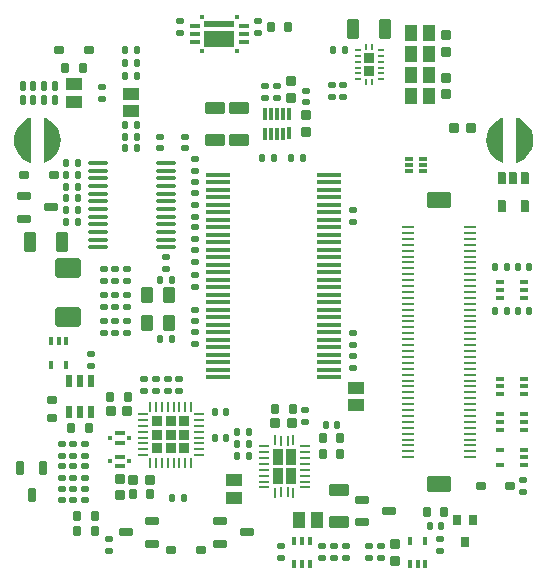
<source format=gbp>
G04 Layer_Color=128*
%FSLAX44Y44*%
%MOMM*%
G71*
G01*
G75*
G04:AMPARAMS|DCode=10|XSize=0.25mm|YSize=0.5mm|CornerRadius=0.0313mm|HoleSize=0mm|Usage=FLASHONLY|Rotation=270.000|XOffset=0mm|YOffset=0mm|HoleType=Round|Shape=RoundedRectangle|*
%AMROUNDEDRECTD10*
21,1,0.2500,0.4375,0,0,270.0*
21,1,0.1875,0.5000,0,0,270.0*
1,1,0.0625,-0.2188,-0.0938*
1,1,0.0625,-0.2188,0.0938*
1,1,0.0625,0.2188,0.0938*
1,1,0.0625,0.2188,-0.0938*
%
%ADD10ROUNDEDRECTD10*%
G04:AMPARAMS|DCode=11|XSize=1.4mm|YSize=1.1mm|CornerRadius=0.1375mm|HoleSize=0mm|Usage=FLASHONLY|Rotation=180.000|XOffset=0mm|YOffset=0mm|HoleType=Round|Shape=RoundedRectangle|*
%AMROUNDEDRECTD11*
21,1,1.4000,0.8250,0,0,180.0*
21,1,1.1250,1.1000,0,0,180.0*
1,1,0.2750,-0.5625,0.4125*
1,1,0.2750,0.5625,0.4125*
1,1,0.2750,0.5625,-0.4125*
1,1,0.2750,-0.5625,-0.4125*
%
%ADD11ROUNDEDRECTD11*%
G04:AMPARAMS|DCode=14|XSize=1.4mm|YSize=1.1mm|CornerRadius=0.1375mm|HoleSize=0mm|Usage=FLASHONLY|Rotation=90.000|XOffset=0mm|YOffset=0mm|HoleType=Round|Shape=RoundedRectangle|*
%AMROUNDEDRECTD14*
21,1,1.4000,0.8250,0,0,90.0*
21,1,1.1250,1.1000,0,0,90.0*
1,1,0.2750,0.4125,0.5625*
1,1,0.2750,0.4125,-0.5625*
1,1,0.2750,-0.4125,-0.5625*
1,1,0.2750,-0.4125,0.5625*
%
%ADD14ROUNDEDRECTD14*%
G04:AMPARAMS|DCode=15|XSize=0.6mm|YSize=0.5mm|CornerRadius=0.0625mm|HoleSize=0mm|Usage=FLASHONLY|Rotation=270.000|XOffset=0mm|YOffset=0mm|HoleType=Round|Shape=RoundedRectangle|*
%AMROUNDEDRECTD15*
21,1,0.6000,0.3750,0,0,270.0*
21,1,0.4750,0.5000,0,0,270.0*
1,1,0.1250,-0.1875,-0.2375*
1,1,0.1250,-0.1875,0.2375*
1,1,0.1250,0.1875,0.2375*
1,1,0.1250,0.1875,-0.2375*
%
%ADD15ROUNDEDRECTD15*%
G04:AMPARAMS|DCode=16|XSize=0.9mm|YSize=0.6mm|CornerRadius=0.075mm|HoleSize=0mm|Usage=FLASHONLY|Rotation=180.000|XOffset=0mm|YOffset=0mm|HoleType=Round|Shape=RoundedRectangle|*
%AMROUNDEDRECTD16*
21,1,0.9000,0.4500,0,0,180.0*
21,1,0.7500,0.6000,0,0,180.0*
1,1,0.1500,-0.3750,0.2250*
1,1,0.1500,0.3750,0.2250*
1,1,0.1500,0.3750,-0.2250*
1,1,0.1500,-0.3750,-0.2250*
%
%ADD16ROUNDEDRECTD16*%
G04:AMPARAMS|DCode=17|XSize=0.6mm|YSize=0.5mm|CornerRadius=0.0625mm|HoleSize=0mm|Usage=FLASHONLY|Rotation=0.000|XOffset=0mm|YOffset=0mm|HoleType=Round|Shape=RoundedRectangle|*
%AMROUNDEDRECTD17*
21,1,0.6000,0.3750,0,0,0.0*
21,1,0.4750,0.5000,0,0,0.0*
1,1,0.1250,0.2375,-0.1875*
1,1,0.1250,-0.2375,-0.1875*
1,1,0.1250,-0.2375,0.1875*
1,1,0.1250,0.2375,0.1875*
%
%ADD17ROUNDEDRECTD17*%
G04:AMPARAMS|DCode=18|XSize=0.9mm|YSize=0.6mm|CornerRadius=0.075mm|HoleSize=0mm|Usage=FLASHONLY|Rotation=90.000|XOffset=0mm|YOffset=0mm|HoleType=Round|Shape=RoundedRectangle|*
%AMROUNDEDRECTD18*
21,1,0.9000,0.4500,0,0,90.0*
21,1,0.7500,0.6000,0,0,90.0*
1,1,0.1500,0.2250,0.3750*
1,1,0.1500,0.2250,-0.3750*
1,1,0.1500,-0.2250,-0.3750*
1,1,0.1500,-0.2250,0.3750*
%
%ADD18ROUNDEDRECTD18*%
%ADD32R,0.9000X0.9000*%
%ADD33R,0.8200X1.3200*%
%ADD34R,0.8200X1.3200*%
%ADD35R,0.2300X0.9000*%
%ADD36R,0.8500X0.8500*%
%ADD37R,0.8500X0.8500*%
%ADD38R,0.8500X0.8500*%
%ADD39R,0.8500X0.8500*%
G04:AMPARAMS|DCode=40|XSize=0.6mm|YSize=1.15mm|CornerRadius=0.075mm|HoleSize=0mm|Usage=FLASHONLY|Rotation=270.000|XOffset=0mm|YOffset=0mm|HoleType=Round|Shape=RoundedRectangle|*
%AMROUNDEDRECTD40*
21,1,0.6000,1.0000,0,0,270.0*
21,1,0.4500,1.1500,0,0,270.0*
1,1,0.1500,-0.5000,-0.2250*
1,1,0.1500,-0.5000,0.2250*
1,1,0.1500,0.5000,0.2250*
1,1,0.1500,0.5000,-0.2250*
%
%ADD40ROUNDEDRECTD40*%
G04:AMPARAMS|DCode=41|XSize=0.25mm|YSize=1mm|CornerRadius=0.0313mm|HoleSize=0mm|Usage=FLASHONLY|Rotation=90.000|XOffset=0mm|YOffset=0mm|HoleType=Round|Shape=RoundedRectangle|*
%AMROUNDEDRECTD41*
21,1,0.2500,0.9375,0,0,90.0*
21,1,0.1875,1.0000,0,0,90.0*
1,1,0.0625,0.4688,0.0938*
1,1,0.0625,0.4688,-0.0938*
1,1,0.0625,-0.4688,-0.0938*
1,1,0.0625,-0.4688,0.0938*
%
%ADD41ROUNDEDRECTD41*%
G04:AMPARAMS|DCode=42|XSize=0.9mm|YSize=0.8mm|CornerRadius=0.1mm|HoleSize=0mm|Usage=FLASHONLY|Rotation=270.000|XOffset=0mm|YOffset=0mm|HoleType=Round|Shape=RoundedRectangle|*
%AMROUNDEDRECTD42*
21,1,0.9000,0.6000,0,0,270.0*
21,1,0.7000,0.8000,0,0,270.0*
1,1,0.2000,-0.3000,-0.3500*
1,1,0.2000,-0.3000,0.3500*
1,1,0.2000,0.3000,0.3500*
1,1,0.2000,0.3000,-0.3500*
%
%ADD42ROUNDEDRECTD42*%
G04:AMPARAMS|DCode=43|XSize=1.7mm|YSize=1.1mm|CornerRadius=0.1375mm|HoleSize=0mm|Usage=FLASHONLY|Rotation=270.000|XOffset=0mm|YOffset=0mm|HoleType=Round|Shape=RoundedRectangle|*
%AMROUNDEDRECTD43*
21,1,1.7000,0.8250,0,0,270.0*
21,1,1.4250,1.1000,0,0,270.0*
1,1,0.2750,-0.4125,-0.7125*
1,1,0.2750,-0.4125,0.7125*
1,1,0.2750,0.4125,0.7125*
1,1,0.2750,0.4125,-0.7125*
%
%ADD43ROUNDEDRECTD43*%
G04:AMPARAMS|DCode=44|XSize=0.9mm|YSize=0.8mm|CornerRadius=0.1mm|HoleSize=0mm|Usage=FLASHONLY|Rotation=180.000|XOffset=0mm|YOffset=0mm|HoleType=Round|Shape=RoundedRectangle|*
%AMROUNDEDRECTD44*
21,1,0.9000,0.6000,0,0,180.0*
21,1,0.7000,0.8000,0,0,180.0*
1,1,0.2000,-0.3500,0.3000*
1,1,0.2000,0.3500,0.3000*
1,1,0.2000,0.3500,-0.3000*
1,1,0.2000,-0.3500,-0.3000*
%
%ADD44ROUNDEDRECTD44*%
G04:AMPARAMS|DCode=45|XSize=0.4mm|YSize=0.4mm|CornerRadius=0.05mm|HoleSize=0mm|Usage=FLASHONLY|Rotation=90.000|XOffset=0mm|YOffset=0mm|HoleType=Round|Shape=RoundedRectangle|*
%AMROUNDEDRECTD45*
21,1,0.4000,0.3000,0,0,90.0*
21,1,0.3000,0.4000,0,0,90.0*
1,1,0.1000,0.1500,0.1500*
1,1,0.1000,0.1500,-0.1500*
1,1,0.1000,-0.1500,-0.1500*
1,1,0.1000,-0.1500,0.1500*
%
%ADD45ROUNDEDRECTD45*%
G04:AMPARAMS|DCode=46|XSize=0.4mm|YSize=0.8mm|CornerRadius=0.05mm|HoleSize=0mm|Usage=FLASHONLY|Rotation=90.000|XOffset=0mm|YOffset=0mm|HoleType=Round|Shape=RoundedRectangle|*
%AMROUNDEDRECTD46*
21,1,0.4000,0.7000,0,0,90.0*
21,1,0.3000,0.8000,0,0,90.0*
1,1,0.1000,0.3500,0.1500*
1,1,0.1000,0.3500,-0.1500*
1,1,0.1000,-0.3500,-0.1500*
1,1,0.1000,-0.3500,0.1500*
%
%ADD46ROUNDEDRECTD46*%
G04:AMPARAMS|DCode=47|XSize=1.7mm|YSize=1.1mm|CornerRadius=0.1375mm|HoleSize=0mm|Usage=FLASHONLY|Rotation=0.000|XOffset=0mm|YOffset=0mm|HoleType=Round|Shape=RoundedRectangle|*
%AMROUNDEDRECTD47*
21,1,1.7000,0.8250,0,0,0.0*
21,1,1.4250,1.1000,0,0,0.0*
1,1,0.2750,0.7125,-0.4125*
1,1,0.2750,-0.7125,-0.4125*
1,1,0.2750,-0.7125,0.4125*
1,1,0.2750,0.7125,0.4125*
%
%ADD47ROUNDEDRECTD47*%
G04:AMPARAMS|DCode=48|XSize=0.3mm|YSize=0.7mm|CornerRadius=0.0375mm|HoleSize=0mm|Usage=FLASHONLY|Rotation=270.000|XOffset=0mm|YOffset=0mm|HoleType=Round|Shape=RoundedRectangle|*
%AMROUNDEDRECTD48*
21,1,0.3000,0.6250,0,0,270.0*
21,1,0.2250,0.7000,0,0,270.0*
1,1,0.0750,-0.3125,-0.1125*
1,1,0.0750,-0.3125,0.1125*
1,1,0.0750,0.3125,0.1125*
1,1,0.0750,0.3125,-0.1125*
%
%ADD48ROUNDEDRECTD48*%
G04:AMPARAMS|DCode=49|XSize=0.8mm|YSize=0.6mm|CornerRadius=0.075mm|HoleSize=0mm|Usage=FLASHONLY|Rotation=180.000|XOffset=0mm|YOffset=0mm|HoleType=Round|Shape=RoundedRectangle|*
%AMROUNDEDRECTD49*
21,1,0.8000,0.4500,0,0,180.0*
21,1,0.6500,0.6000,0,0,180.0*
1,1,0.1500,-0.3250,0.2250*
1,1,0.1500,0.3250,0.2250*
1,1,0.1500,0.3250,-0.2250*
1,1,0.1500,-0.3250,-0.2250*
%
%ADD49ROUNDEDRECTD49*%
G04:AMPARAMS|DCode=50|XSize=0.6mm|YSize=0.4mm|CornerRadius=0.05mm|HoleSize=0mm|Usage=FLASHONLY|Rotation=0.000|XOffset=0mm|YOffset=0mm|HoleType=Round|Shape=RoundedRectangle|*
%AMROUNDEDRECTD50*
21,1,0.6000,0.3000,0,0,0.0*
21,1,0.5000,0.4000,0,0,0.0*
1,1,0.1000,0.2500,-0.1500*
1,1,0.1000,-0.2500,-0.1500*
1,1,0.1000,-0.2500,0.1500*
1,1,0.1000,0.2500,0.1500*
%
%ADD50ROUNDEDRECTD50*%
G04:AMPARAMS|DCode=51|XSize=0.7mm|YSize=0.9mm|CornerRadius=0.0875mm|HoleSize=0mm|Usage=FLASHONLY|Rotation=180.000|XOffset=0mm|YOffset=0mm|HoleType=Round|Shape=RoundedRectangle|*
%AMROUNDEDRECTD51*
21,1,0.7000,0.7250,0,0,180.0*
21,1,0.5250,0.9000,0,0,180.0*
1,1,0.1750,-0.2625,0.3625*
1,1,0.1750,0.2625,0.3625*
1,1,0.1750,0.2625,-0.3625*
1,1,0.1750,-0.2625,-0.3625*
%
%ADD51ROUNDEDRECTD51*%
G04:AMPARAMS|DCode=52|XSize=1.62mm|YSize=2.18mm|CornerRadius=0.2025mm|HoleSize=0mm|Usage=FLASHONLY|Rotation=270.000|XOffset=0mm|YOffset=0mm|HoleType=Round|Shape=RoundedRectangle|*
%AMROUNDEDRECTD52*
21,1,1.6200,1.7750,0,0,270.0*
21,1,1.2150,2.1800,0,0,270.0*
1,1,0.4050,-0.8875,-0.6075*
1,1,0.4050,-0.8875,0.6075*
1,1,0.4050,0.8875,0.6075*
1,1,0.4050,0.8875,-0.6075*
%
%ADD52ROUNDEDRECTD52*%
G04:AMPARAMS|DCode=53|XSize=0.6mm|YSize=0.4mm|CornerRadius=0.05mm|HoleSize=0mm|Usage=FLASHONLY|Rotation=90.000|XOffset=0mm|YOffset=0mm|HoleType=Round|Shape=RoundedRectangle|*
%AMROUNDEDRECTD53*
21,1,0.6000,0.3000,0,0,90.0*
21,1,0.5000,0.4000,0,0,90.0*
1,1,0.1000,0.1500,0.2500*
1,1,0.1000,0.1500,-0.2500*
1,1,0.1000,-0.1500,-0.2500*
1,1,0.1000,-0.1500,0.2500*
%
%ADD53ROUNDEDRECTD53*%
G04:AMPARAMS|DCode=54|XSize=0.6mm|YSize=1.15mm|CornerRadius=0.075mm|HoleSize=0mm|Usage=FLASHONLY|Rotation=180.000|XOffset=0mm|YOffset=0mm|HoleType=Round|Shape=RoundedRectangle|*
%AMROUNDEDRECTD54*
21,1,0.6000,1.0000,0,0,180.0*
21,1,0.4500,1.1500,0,0,180.0*
1,1,0.1500,-0.2250,0.5000*
1,1,0.1500,0.2250,0.5000*
1,1,0.1500,0.2250,-0.5000*
1,1,0.1500,-0.2250,-0.5000*
%
%ADD54ROUNDEDRECTD54*%
%ADD55O,2.0500X0.4000*%
G04:AMPARAMS|DCode=56|XSize=0.7mm|YSize=1mm|CornerRadius=0.0875mm|HoleSize=0mm|Usage=FLASHONLY|Rotation=180.000|XOffset=0mm|YOffset=0mm|HoleType=Round|Shape=RoundedRectangle|*
%AMROUNDEDRECTD56*
21,1,0.7000,0.8250,0,0,180.0*
21,1,0.5250,1.0000,0,0,180.0*
1,1,0.1750,-0.2625,0.4125*
1,1,0.1750,0.2625,0.4125*
1,1,0.1750,0.2625,-0.4125*
1,1,0.1750,-0.2625,-0.4125*
%
%ADD56ROUNDEDRECTD56*%
G04:AMPARAMS|DCode=57|XSize=0.25mm|YSize=0.5mm|CornerRadius=0.0313mm|HoleSize=0mm|Usage=FLASHONLY|Rotation=0.000|XOffset=0mm|YOffset=0mm|HoleType=Round|Shape=RoundedRectangle|*
%AMROUNDEDRECTD57*
21,1,0.2500,0.4375,0,0,0.0*
21,1,0.1875,0.5000,0,0,0.0*
1,1,0.0625,0.0938,-0.2188*
1,1,0.0625,-0.0938,-0.2188*
1,1,0.0625,-0.0938,0.2188*
1,1,0.0625,0.0938,0.2188*
%
%ADD57ROUNDEDRECTD57*%
G04:AMPARAMS|DCode=58|XSize=0.5mm|YSize=0.8mm|CornerRadius=0.0625mm|HoleSize=0mm|Usage=FLASHONLY|Rotation=0.000|XOffset=0mm|YOffset=0mm|HoleType=Round|Shape=RoundedRectangle|*
%AMROUNDEDRECTD58*
21,1,0.5000,0.6750,0,0,0.0*
21,1,0.3750,0.8000,0,0,0.0*
1,1,0.1250,0.1875,-0.3375*
1,1,0.1250,-0.1875,-0.3375*
1,1,0.1250,-0.1875,0.3375*
1,1,0.1250,0.1875,0.3375*
%
%ADD58ROUNDEDRECTD58*%
G04:AMPARAMS|DCode=59|XSize=0.55mm|YSize=1mm|CornerRadius=0.0688mm|HoleSize=0mm|Usage=FLASHONLY|Rotation=0.000|XOffset=0mm|YOffset=0mm|HoleType=Round|Shape=RoundedRectangle|*
%AMROUNDEDRECTD59*
21,1,0.5500,0.8625,0,0,0.0*
21,1,0.4125,1.0000,0,0,0.0*
1,1,0.1375,0.2062,-0.4313*
1,1,0.1375,-0.2062,-0.4313*
1,1,0.1375,-0.2062,0.4313*
1,1,0.1375,0.2062,0.4313*
%
%ADD59ROUNDEDRECTD59*%
%ADD60O,0.8500X0.2500*%
%ADD61O,0.2500X0.8500*%
G04:AMPARAMS|DCode=62|XSize=0.35mm|YSize=1mm|CornerRadius=0.0438mm|HoleSize=0mm|Usage=FLASHONLY|Rotation=180.000|XOffset=0mm|YOffset=0mm|HoleType=Round|Shape=RoundedRectangle|*
%AMROUNDEDRECTD62*
21,1,0.3500,0.9125,0,0,180.0*
21,1,0.2625,1.0000,0,0,180.0*
1,1,0.0875,-0.1313,0.4562*
1,1,0.0875,0.1313,0.4562*
1,1,0.0875,0.1313,-0.4562*
1,1,0.0875,-0.1313,-0.4562*
%
%ADD62ROUNDEDRECTD62*%
G04:AMPARAMS|DCode=63|XSize=0.35mm|YSize=1.1mm|CornerRadius=0.0438mm|HoleSize=0mm|Usage=FLASHONLY|Rotation=180.000|XOffset=0mm|YOffset=0mm|HoleType=Round|Shape=RoundedRectangle|*
%AMROUNDEDRECTD63*
21,1,0.3500,1.0125,0,0,180.0*
21,1,0.2625,1.1000,0,0,180.0*
1,1,0.0875,-0.1313,0.5062*
1,1,0.0875,0.1313,0.5062*
1,1,0.0875,0.1313,-0.5062*
1,1,0.0875,-0.1313,-0.5062*
%
%ADD63ROUNDEDRECTD63*%
%ADD64R,2.5000X0.6150*%
%ADD65R,2.5000X1.4150*%
G04:AMPARAMS|DCode=66|XSize=0.4mm|YSize=0.4mm|CornerRadius=0.05mm|HoleSize=0mm|Usage=FLASHONLY|Rotation=0.000|XOffset=0mm|YOffset=0mm|HoleType=Round|Shape=RoundedRectangle|*
%AMROUNDEDRECTD66*
21,1,0.4000,0.3000,0,0,0.0*
21,1,0.3000,0.4000,0,0,0.0*
1,1,0.1000,0.1500,-0.1500*
1,1,0.1000,-0.1500,-0.1500*
1,1,0.1000,-0.1500,0.1500*
1,1,0.1000,0.1500,0.1500*
%
%ADD66ROUNDEDRECTD66*%
G04:AMPARAMS|DCode=67|XSize=1.4mm|YSize=2.1mm|CornerRadius=0.175mm|HoleSize=0mm|Usage=FLASHONLY|Rotation=270.000|XOffset=0mm|YOffset=0mm|HoleType=Round|Shape=RoundedRectangle|*
%AMROUNDEDRECTD67*
21,1,1.4000,1.7500,0,0,270.0*
21,1,1.0500,2.1000,0,0,270.0*
1,1,0.3500,-0.8750,-0.5250*
1,1,0.3500,-0.8750,0.5250*
1,1,0.3500,0.8750,0.5250*
1,1,0.3500,0.8750,-0.5250*
%
%ADD67ROUNDEDRECTD67*%
G04:AMPARAMS|DCode=68|XSize=1.3mm|YSize=1.1mm|CornerRadius=0.1375mm|HoleSize=0mm|Usage=FLASHONLY|Rotation=270.000|XOffset=0mm|YOffset=0mm|HoleType=Round|Shape=RoundedRectangle|*
%AMROUNDEDRECTD68*
21,1,1.3000,0.8250,0,0,270.0*
21,1,1.0250,1.1000,0,0,270.0*
1,1,0.2750,-0.4125,-0.5125*
1,1,0.2750,-0.4125,0.5125*
1,1,0.2750,0.4125,0.5125*
1,1,0.2750,0.4125,-0.5125*
%
%ADD68ROUNDEDRECTD68*%
%ADD69O,1.7000X0.3500*%
%ADD70O,0.2500X0.9000*%
%ADD71O,0.9000X0.2500*%
G36*
X194500Y107000D02*
X194500Y106999D01*
X192394Y107637D01*
X188958Y109474D01*
X185946Y111946D01*
X183474Y114958D01*
X181637Y118394D01*
X180506Y122122D01*
X180124Y126000D01*
X180506Y129878D01*
X181637Y133606D01*
X183474Y137042D01*
X185946Y140054D01*
X188958Y142526D01*
X192394Y144363D01*
X194500Y145001D01*
X194500Y107000D01*
D02*
G37*
G36*
X-192394Y144363D02*
X-188958Y142526D01*
X-185946Y140054D01*
X-183474Y137042D01*
X-181637Y133606D01*
X-180506Y129878D01*
X-180124Y126000D01*
X-180506Y122122D01*
X-181637Y118394D01*
X-183474Y114958D01*
X-185946Y111946D01*
X-188958Y109474D01*
X-192394Y107637D01*
X-194500Y106999D01*
X-194500Y107000D01*
X-194500Y145001D01*
X-192394Y144363D01*
D02*
G37*
G36*
X-205500Y107000D02*
X-205500Y106999D01*
X-207606Y107637D01*
X-211042Y109474D01*
X-214054Y111946D01*
X-216526Y114958D01*
X-218363Y118394D01*
X-219494Y122122D01*
X-219876Y126000D01*
X-219494Y129878D01*
X-218363Y133606D01*
X-216526Y137042D01*
X-214054Y140054D01*
X-211042Y142526D01*
X-207606Y144363D01*
X-205500Y145001D01*
X-205500Y107000D01*
D02*
G37*
G36*
Y107000D02*
Y107000D01*
D01*
Y107000D01*
D02*
G37*
G36*
X207606Y144363D02*
X211042Y142526D01*
X214054Y140054D01*
X216526Y137042D01*
X218363Y133606D01*
X219494Y129878D01*
X219876Y126000D01*
X219494Y122122D01*
X218363Y118394D01*
X216526Y114958D01*
X214054Y111946D01*
X211042Y109474D01*
X207606Y107637D01*
X205500Y106999D01*
X205500Y107000D01*
Y107000D01*
Y107000D01*
D01*
X205500Y145001D01*
X207606Y144363D01*
D02*
G37*
G36*
X194500Y107000D02*
Y107000D01*
D01*
Y107000D01*
D02*
G37*
G36*
X-194500Y107000D02*
Y107000D01*
Y107000D01*
D01*
D02*
G37*
D10*
X90501Y187499D02*
D03*
Y192499D02*
D03*
Y197499D02*
D03*
Y202499D02*
D03*
Y182499D02*
D03*
Y177499D02*
D03*
X71499D02*
D03*
Y182499D02*
D03*
Y202499D02*
D03*
Y197499D02*
D03*
Y192499D02*
D03*
Y187499D02*
D03*
D11*
X70000Y-83500D02*
D03*
Y-98500D02*
D03*
X-121000Y150500D02*
D03*
Y165500D02*
D03*
X-169001Y158501D02*
D03*
X-169001Y173501D02*
D03*
X-34000Y-162000D02*
D03*
Y-177000D02*
D03*
D14*
X21500Y-196000D02*
D03*
X36500D02*
D03*
X131251Y216999D02*
D03*
X116251D02*
D03*
X131251Y198999D02*
D03*
X116251D02*
D03*
X131251Y180999D02*
D03*
X116251D02*
D03*
X131251Y162999D02*
D03*
X116251D02*
D03*
D15*
X132000Y-201000D02*
D03*
X142000D02*
D03*
X-96000Y-42000D02*
D03*
X-86000D02*
D03*
Y8000D02*
D03*
X-96000D02*
D03*
X-116000Y139000D02*
D03*
X-126000D02*
D03*
X60000Y202500D02*
D03*
X50000D02*
D03*
X206500Y18500D02*
D03*
X216500D02*
D03*
X-40000Y-104000D02*
D03*
X-50000D02*
D03*
X-40000Y-126000D02*
D03*
X-50000D02*
D03*
X54000Y-115000D02*
D03*
X44000D02*
D03*
X0Y111000D02*
D03*
X-10000D02*
D03*
X15000D02*
D03*
X25000D02*
D03*
X-116000Y129000D02*
D03*
X-126000D02*
D03*
X-116000Y180000D02*
D03*
X-126000D02*
D03*
X-116000Y191000D02*
D03*
X-126000D02*
D03*
X-116000Y119000D02*
D03*
X-126000D02*
D03*
X-116000Y202000D02*
D03*
X-126000D02*
D03*
X187500Y-19000D02*
D03*
X197500D02*
D03*
X-166000Y66750D02*
D03*
X-176000D02*
D03*
X216500Y-19000D02*
D03*
X206500D02*
D03*
X187500Y18500D02*
D03*
X197500D02*
D03*
X-176000Y106750D02*
D03*
X-166000D02*
D03*
X-86000Y-176750D02*
D03*
X-76000D02*
D03*
X-21000Y-131500D02*
D03*
X-31000D02*
D03*
X-21000Y-121500D02*
D03*
X-31000D02*
D03*
X-166000Y76750D02*
D03*
X-176000D02*
D03*
X-166000Y86750D02*
D03*
X-176000D02*
D03*
X-166000Y96750D02*
D03*
X-176000D02*
D03*
X-21000Y-141500D02*
D03*
X-31000D02*
D03*
X-176000Y56750D02*
D03*
X-166000D02*
D03*
D16*
X-188000Y-94000D02*
D03*
Y-109000D02*
D03*
D17*
X211000Y-162000D02*
D03*
Y-172000D02*
D03*
X-67000Y-17500D02*
D03*
Y-27500D02*
D03*
X-67000Y11500D02*
D03*
Y1500D02*
D03*
Y42250D02*
D03*
Y52250D02*
D03*
Y-46500D02*
D03*
Y-36500D02*
D03*
X67000Y66750D02*
D03*
Y56750D02*
D03*
Y-37500D02*
D03*
Y-47500D02*
D03*
X-67000Y71250D02*
D03*
Y61250D02*
D03*
X-91000Y27000D02*
D03*
Y17000D02*
D03*
X-159500Y-179000D02*
D03*
Y-169000D02*
D03*
X-124000Y-27000D02*
D03*
Y-37000D02*
D03*
X-134000Y-27000D02*
D03*
Y-37000D02*
D03*
X-144000Y-27000D02*
D03*
Y-37000D02*
D03*
X-159500Y-150000D02*
D03*
Y-160000D02*
D03*
X-179500D02*
D03*
Y-150000D02*
D03*
X-159500Y-131000D02*
D03*
Y-141000D02*
D03*
X-179500D02*
D03*
Y-131000D02*
D03*
X-89750Y-76000D02*
D03*
Y-86000D02*
D03*
X-154500Y-55000D02*
D03*
Y-65000D02*
D03*
X-13000Y217000D02*
D03*
Y227000D02*
D03*
X-67000Y23250D02*
D03*
Y33250D02*
D03*
X-169499Y-160000D02*
D03*
Y-150000D02*
D03*
Y-141000D02*
D03*
Y-131000D02*
D03*
X67000Y-67000D02*
D03*
Y-57000D02*
D03*
X-67000Y91000D02*
D03*
Y81000D02*
D03*
X-96000Y119000D02*
D03*
Y129000D02*
D03*
X141000Y-222000D02*
D03*
Y-212000D02*
D03*
X-67000Y110000D02*
D03*
Y100000D02*
D03*
X59000Y162500D02*
D03*
Y172500D02*
D03*
X49000Y162500D02*
D03*
Y172500D02*
D03*
X-145000Y171000D02*
D03*
Y161000D02*
D03*
X6000Y-228000D02*
D03*
Y-218000D02*
D03*
X-179500Y-169000D02*
D03*
Y-179000D02*
D03*
X-124000Y-5000D02*
D03*
Y-15000D02*
D03*
X-134000Y-5000D02*
D03*
Y-15000D02*
D03*
X-144000Y-5000D02*
D03*
Y-15000D02*
D03*
X41000Y-218000D02*
D03*
Y-228000D02*
D03*
X-144000Y7000D02*
D03*
Y17000D02*
D03*
X51000Y-228000D02*
D03*
Y-218000D02*
D03*
X-134000Y7000D02*
D03*
Y17000D02*
D03*
X-124000Y7000D02*
D03*
Y17000D02*
D03*
X-169499Y-179000D02*
D03*
Y-169000D02*
D03*
X-79750Y-76000D02*
D03*
Y-86000D02*
D03*
X-99750Y-76000D02*
D03*
Y-86000D02*
D03*
X-109750Y-76000D02*
D03*
Y-86000D02*
D03*
X-139000Y-222000D02*
D03*
Y-212000D02*
D03*
X26250Y-102750D02*
D03*
Y-112750D02*
D03*
X91000Y-218000D02*
D03*
Y-228000D02*
D03*
X81000Y-218000D02*
D03*
Y-228000D02*
D03*
X27000Y158000D02*
D03*
Y168000D02*
D03*
X-75000Y119000D02*
D03*
Y129000D02*
D03*
X-7000Y162000D02*
D03*
Y172000D02*
D03*
X-79000Y216500D02*
D03*
Y226500D02*
D03*
X3000Y172000D02*
D03*
Y162000D02*
D03*
X61000Y-228000D02*
D03*
Y-218000D02*
D03*
D18*
X129500Y-189000D02*
D03*
X144500D02*
D03*
X-176500Y187000D02*
D03*
X-161500Y187000D02*
D03*
X-156500Y-118000D02*
D03*
X-171500D02*
D03*
X-104500Y-173500D02*
D03*
X-119500D02*
D03*
X-123500Y-91500D02*
D03*
X-138500D02*
D03*
X-151500Y-192000D02*
D03*
X-166500D02*
D03*
X-151500Y-205000D02*
D03*
X-166500D02*
D03*
X1000Y-101500D02*
D03*
X16000D02*
D03*
X41500Y-126500D02*
D03*
X56500D02*
D03*
X41500Y-139500D02*
D03*
X56500D02*
D03*
X12500Y222000D02*
D03*
X-2500D02*
D03*
D32*
X81001Y195499D02*
D03*
Y184500D02*
D03*
D33*
X14600Y-158600D02*
D03*
X3400D02*
D03*
D34*
X14600Y-142401D02*
D03*
X3400D02*
D03*
D35*
X11750Y-128750D02*
D03*
Y-172250D02*
D03*
X6250Y-128750D02*
D03*
Y-172250D02*
D03*
D36*
X-98499Y-134499D02*
D03*
X-87250Y-134500D02*
D03*
X-76001Y-134500D02*
D03*
D37*
X-98499Y-123250D02*
D03*
X-87250Y-123250D02*
D03*
X-76001Y-123250D02*
D03*
D38*
X-98499Y-112001D02*
D03*
X-87250Y-112001D02*
D03*
D39*
X-76000Y-112000D02*
D03*
D40*
X-211250Y59500D02*
D03*
Y78500D02*
D03*
X-188750Y69000D02*
D03*
X-102750Y-196500D02*
D03*
Y-215500D02*
D03*
X-125250Y-206000D02*
D03*
X74750Y-197500D02*
D03*
Y-178500D02*
D03*
X97250Y-188000D02*
D03*
X-45250Y-215500D02*
D03*
Y-196500D02*
D03*
X-22750Y-206000D02*
D03*
D41*
X113500Y-77499D02*
D03*
Y-72499D02*
D03*
Y-142499D02*
D03*
Y-137499D02*
D03*
Y-132499D02*
D03*
Y-127499D02*
D03*
Y-122499D02*
D03*
Y-117499D02*
D03*
Y-112499D02*
D03*
Y-107499D02*
D03*
Y-102499D02*
D03*
Y-97499D02*
D03*
Y-92499D02*
D03*
Y-87499D02*
D03*
Y-82499D02*
D03*
Y-67499D02*
D03*
Y-62499D02*
D03*
Y-57499D02*
D03*
Y-52499D02*
D03*
Y-47499D02*
D03*
Y-42499D02*
D03*
Y-37499D02*
D03*
Y-32499D02*
D03*
Y-27499D02*
D03*
Y-22499D02*
D03*
Y-17500D02*
D03*
Y-12500D02*
D03*
Y-7499D02*
D03*
Y-2500D02*
D03*
Y2501D02*
D03*
Y7501D02*
D03*
Y12500D02*
D03*
Y17500D02*
D03*
Y22501D02*
D03*
Y27501D02*
D03*
Y32500D02*
D03*
Y37500D02*
D03*
Y42500D02*
D03*
Y47500D02*
D03*
Y52500D02*
D03*
X166500D02*
D03*
Y47500D02*
D03*
Y42500D02*
D03*
Y37500D02*
D03*
Y32500D02*
D03*
Y27501D02*
D03*
Y22501D02*
D03*
Y17500D02*
D03*
Y12500D02*
D03*
Y7501D02*
D03*
Y2501D02*
D03*
Y-2500D02*
D03*
Y-7499D02*
D03*
Y-12500D02*
D03*
Y-17500D02*
D03*
Y-22499D02*
D03*
Y-27499D02*
D03*
Y-32499D02*
D03*
Y-37499D02*
D03*
Y-42499D02*
D03*
Y-47499D02*
D03*
Y-52499D02*
D03*
Y-57499D02*
D03*
Y-62499D02*
D03*
Y-67499D02*
D03*
Y-72499D02*
D03*
Y-77499D02*
D03*
Y-82499D02*
D03*
Y-87499D02*
D03*
Y-92499D02*
D03*
Y-97499D02*
D03*
Y-102499D02*
D03*
Y-107499D02*
D03*
Y-112499D02*
D03*
Y-117499D02*
D03*
Y-122499D02*
D03*
Y-127499D02*
D03*
Y-132499D02*
D03*
Y-137499D02*
D03*
Y-142499D02*
D03*
D42*
X167000Y136000D02*
D03*
X153000D02*
D03*
X-138000Y-103500D02*
D03*
X-124000D02*
D03*
X-105000Y-161500D02*
D03*
X-119000D02*
D03*
X15500Y-113500D02*
D03*
X1500D02*
D03*
D43*
X94500Y220000D02*
D03*
X67500D02*
D03*
X-179500Y40000D02*
D03*
X-206500D02*
D03*
D44*
X146000Y201000D02*
D03*
Y215000D02*
D03*
Y165000D02*
D03*
Y179000D02*
D03*
X-130500Y-174500D02*
D03*
Y-160500D02*
D03*
X102500Y-230000D02*
D03*
Y-216000D02*
D03*
X27001Y147001D02*
D03*
Y133001D02*
D03*
X15000Y176000D02*
D03*
Y162000D02*
D03*
D45*
X-122500Y-146000D02*
D03*
X-138500D02*
D03*
X-122500Y-126000D02*
D03*
X-138500D02*
D03*
D46*
X-130500Y-150000D02*
D03*
Y-142000D02*
D03*
Y-130000D02*
D03*
Y-122000D02*
D03*
X-24999Y209499D02*
D03*
Y215999D02*
D03*
Y222499D02*
D03*
X-66999D02*
D03*
Y215999D02*
D03*
Y209499D02*
D03*
D47*
X55000Y-170500D02*
D03*
Y-197500D02*
D03*
X-28999Y153501D02*
D03*
Y126501D02*
D03*
X-50000Y153500D02*
D03*
Y126500D02*
D03*
D48*
X114500Y100000D02*
D03*
Y110000D02*
D03*
X126500Y100000D02*
D03*
Y105000D02*
D03*
X114500D02*
D03*
X126500Y110000D02*
D03*
D49*
X175500Y-167000D02*
D03*
X200500D02*
D03*
X-156500Y202000D02*
D03*
X-181500D02*
D03*
X-211250Y96750D02*
D03*
X-186250D02*
D03*
X-61500Y-221000D02*
D03*
X-86500D02*
D03*
D50*
X191998Y-149000D02*
D03*
Y-136000D02*
D03*
X211998Y-142500D02*
D03*
Y-149000D02*
D03*
Y-136000D02*
D03*
X192000Y-112500D02*
D03*
X192000Y-119000D02*
D03*
Y-106000D02*
D03*
X212000Y-112500D02*
D03*
X212000Y-119000D02*
D03*
Y-106000D02*
D03*
X192000Y-82500D02*
D03*
X192000Y-89000D02*
D03*
Y-76000D02*
D03*
X212000Y-82500D02*
D03*
X212000Y-89000D02*
D03*
Y-76000D02*
D03*
X192000Y-1000D02*
D03*
X192000Y-7500D02*
D03*
Y5500D02*
D03*
X212000Y-1000D02*
D03*
X212000Y-7500D02*
D03*
Y5500D02*
D03*
D51*
X161999Y-214500D02*
D03*
X168500Y-195500D02*
D03*
X155500D02*
D03*
D52*
X-174000Y-24100D02*
D03*
Y18100D02*
D03*
D53*
X-175500Y-64000D02*
D03*
X-188500D02*
D03*
X-182000Y-44000D02*
D03*
X-175500D02*
D03*
X-188500D02*
D03*
X23999Y-233000D02*
D03*
X30499Y-233000D02*
D03*
X17499D02*
D03*
X23999Y-213000D02*
D03*
X30499Y-213000D02*
D03*
X17499D02*
D03*
X128500Y-233000D02*
D03*
X115500D02*
D03*
X122000D02*
D03*
X128500Y-213000D02*
D03*
X115500D02*
D03*
D54*
X-214500Y-151750D02*
D03*
X-195500D02*
D03*
X-205000Y-174250D02*
D03*
D55*
X47000Y96725D02*
D03*
Y90375D02*
D03*
Y84025D02*
D03*
Y77675D02*
D03*
Y71325D02*
D03*
Y64975D02*
D03*
Y58625D02*
D03*
Y52275D02*
D03*
Y45925D02*
D03*
Y39575D02*
D03*
Y33225D02*
D03*
Y26875D02*
D03*
Y20525D02*
D03*
Y14175D02*
D03*
Y7825D02*
D03*
Y1475D02*
D03*
Y-4875D02*
D03*
Y-11225D02*
D03*
Y-17575D02*
D03*
Y-23925D02*
D03*
Y-30275D02*
D03*
Y-36625D02*
D03*
Y-42975D02*
D03*
Y-49325D02*
D03*
Y-55675D02*
D03*
Y-62025D02*
D03*
Y-68375D02*
D03*
Y-74725D02*
D03*
X-47000Y96725D02*
D03*
Y90375D02*
D03*
Y84025D02*
D03*
Y77675D02*
D03*
Y71325D02*
D03*
Y64975D02*
D03*
Y58625D02*
D03*
Y52275D02*
D03*
Y45925D02*
D03*
Y39575D02*
D03*
Y33225D02*
D03*
Y26875D02*
D03*
Y20525D02*
D03*
Y14175D02*
D03*
Y7825D02*
D03*
Y1475D02*
D03*
Y-4875D02*
D03*
Y-11225D02*
D03*
Y-17575D02*
D03*
Y-23925D02*
D03*
Y-30275D02*
D03*
Y-36625D02*
D03*
Y-42975D02*
D03*
Y-49325D02*
D03*
Y-55675D02*
D03*
Y-62025D02*
D03*
Y-68375D02*
D03*
Y-74725D02*
D03*
D56*
X193500Y94000D02*
D03*
X203000D02*
D03*
X212500D02*
D03*
Y70000D02*
D03*
X193500D02*
D03*
D57*
X83502Y175500D02*
D03*
X78502D02*
D03*
X78501Y204499D02*
D03*
X83501D02*
D03*
D58*
X-203500Y160000D02*
D03*
X-194498Y160000D02*
D03*
X-212502Y160000D02*
D03*
X-185497Y160000D02*
D03*
X-185497Y172000D02*
D03*
X-212502Y172000D02*
D03*
X-194498Y172000D02*
D03*
X-203500Y172000D02*
D03*
D59*
X-154500Y-77501D02*
D03*
X-164000D02*
D03*
X-173500D02*
D03*
Y-104501D02*
D03*
X-164000D02*
D03*
X-154500D02*
D03*
D60*
X-8250Y-168000D02*
D03*
Y-163000D02*
D03*
Y-158000D02*
D03*
Y-153000D02*
D03*
Y-148000D02*
D03*
Y-143000D02*
D03*
Y-138000D02*
D03*
Y-133000D02*
D03*
X26250D02*
D03*
Y-138000D02*
D03*
Y-143000D02*
D03*
Y-148000D02*
D03*
Y-153000D02*
D03*
Y-158000D02*
D03*
Y-163000D02*
D03*
Y-168000D02*
D03*
D61*
X1500Y-128250D02*
D03*
X16500D02*
D03*
Y-172750D02*
D03*
X1500D02*
D03*
D62*
X13001Y148501D02*
D03*
X-6999Y131501D02*
D03*
X8001D02*
D03*
X3001D02*
D03*
X-1999D02*
D03*
X8001Y148501D02*
D03*
X-6999D02*
D03*
X-1999D02*
D03*
X3001D02*
D03*
D63*
X13001Y132001D02*
D03*
D64*
X-45999Y224369D02*
D03*
D65*
Y211624D02*
D03*
D66*
X-60999Y201749D02*
D03*
X-30999D02*
D03*
X-60999Y230249D02*
D03*
X-30999D02*
D03*
D67*
X140001Y-164999D02*
D03*
X140001Y75001D02*
D03*
D68*
X-89000Y-5500D02*
D03*
X-107000D02*
D03*
X-89000Y-28500D02*
D03*
X-107000D02*
D03*
D69*
X-91500Y106750D02*
D03*
Y100250D02*
D03*
Y93750D02*
D03*
Y87250D02*
D03*
Y80750D02*
D03*
Y74250D02*
D03*
Y67750D02*
D03*
Y61250D02*
D03*
Y54750D02*
D03*
Y48250D02*
D03*
Y41750D02*
D03*
Y35250D02*
D03*
X-148500Y106750D02*
D03*
Y100250D02*
D03*
Y93750D02*
D03*
Y87250D02*
D03*
Y80750D02*
D03*
Y74250D02*
D03*
Y67750D02*
D03*
Y61250D02*
D03*
Y54750D02*
D03*
Y48250D02*
D03*
Y41750D02*
D03*
Y35250D02*
D03*
D70*
X-69750Y-99500D02*
D03*
X-74750D02*
D03*
X-79750D02*
D03*
X-84750D02*
D03*
X-89750D02*
D03*
X-94750D02*
D03*
X-99750D02*
D03*
X-104750D02*
D03*
Y-147000D02*
D03*
X-99750D02*
D03*
X-94750D02*
D03*
X-89750D02*
D03*
X-84750D02*
D03*
X-79750D02*
D03*
X-74750D02*
D03*
X-69750D02*
D03*
D71*
X-111000Y-105750D02*
D03*
Y-110750D02*
D03*
Y-115750D02*
D03*
Y-120750D02*
D03*
Y-125750D02*
D03*
Y-130750D02*
D03*
Y-135750D02*
D03*
Y-140750D02*
D03*
X-63500D02*
D03*
Y-135750D02*
D03*
Y-130750D02*
D03*
Y-125750D02*
D03*
Y-120750D02*
D03*
Y-115750D02*
D03*
Y-110750D02*
D03*
Y-105750D02*
D03*
M02*

</source>
